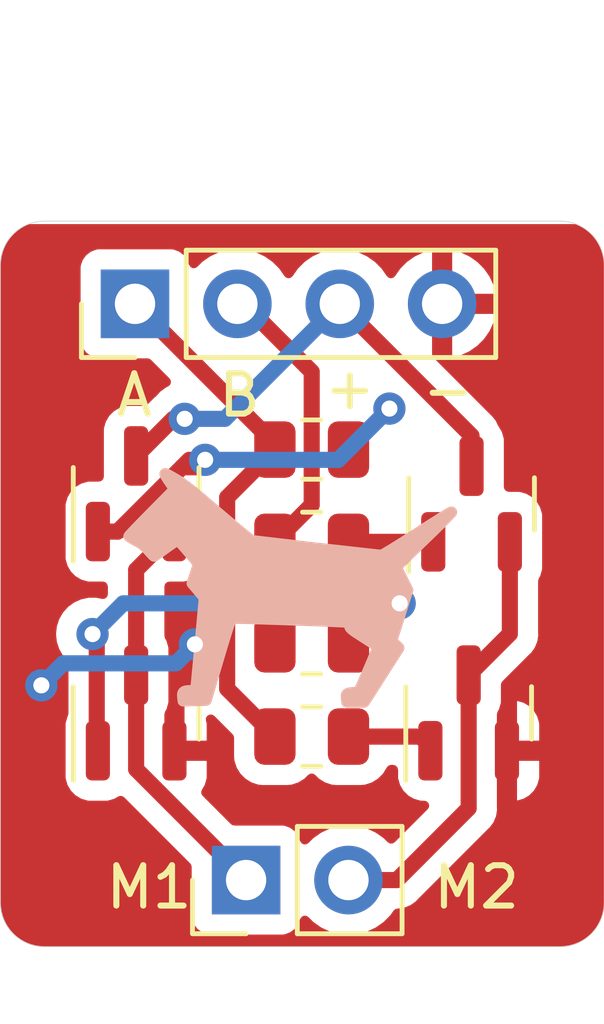
<source format=kicad_pcb>
(kicad_pcb (version 20221018) (generator pcbnew)
  (layers (0 "F.Cu" signal) (31 "B.Cu" signal) (34 "B.Paste" user) (35 "F.Paste" user) (36 "B.SilkS" user "B.Silkscreen") (37 "F.SilkS" user "F.Silkscreen") (38 "B.Mask" user) (39 "F.Mask" user) (44 "Edge.Cuts" user))
  (net 0 "")
  (net 1 "/A")
  (net 2 "/B")
  (net 3 "VCC")
  (net 4 "GND")
  (net 5 "Net-(M1-+)")
  (net 6 "Net-(M1--)")
  (net 7 "Net-(Q1-G)")
  (net 8 "Net-(Q2-G)")
  (net 9 "Net-(Q3-G)")
  (net 10 "Net-(Q4-G)")
  (footprint "Package_TO_SOT_SMD:SOT-23" (layer "F.Cu") (at 96.078 55.5475 90)
    (fp_text reference "Q3" hide)
    (fp_text value "AO3400A")
    (fp_line (start 0 -1.56) (end -1.675 -1.56) (stroke (width 0.12)) (layer "F.SilkS"))
    (fp_line (start 0 -1.56) (end 0.65 -1.56) (stroke (width 0.12)) (layer "F.SilkS"))
    (fp_line (start 0 1.56) (end -0.65 1.56) (stroke (width 0.12)) (layer "F.SilkS"))
    (fp_line (start 0 1.56) (end 0.65 1.56) (stroke (width 0.12)) (layer "F.SilkS"))
    (pad "1" smd roundrect (at -0.9375 -0.95 90) (size 1.475 0.6) (layers "F.Cu" "F.Paste" "F.Mask") (net 9 "Net-(Q3-G)"))
    (pad "2" smd roundrect (at -0.9375 0.95 90) (size 1.475 0.6) (layers "F.Cu" "F.Paste" "F.Mask") (net 4 "GND"))
    (pad "3" smd roundrect (at 0.9375 0 90) (size 1.475 0.6) (layers "F.Cu" "F.Paste" "F.Mask") (net 5 "Net-(M1-+)"))
  )
  (footprint "Connector_PinHeader_2.54mm:PinHeader_1x02_P2.54mm_Vertical" (layer "F.Cu") (at 98.806 59.69 90)
    (fp_text reference "M1" hide)
    (fp_text value "Motor_DC")
    (fp_line (start -1.33 -1.33) (end 0 -1.33) (stroke (width 0.12)) (layer "F.SilkS"))
    (fp_line (start -1.33 0) (end -1.33 -1.33) (stroke (width 0.12)) (layer "F.SilkS"))
    (fp_line (start -1.33 1.27) (end -1.33 3.87) (stroke (width 0.12)) (layer "F.SilkS"))
    (fp_line (start -1.33 1.27) (end 1.33 1.27) (stroke (width 0.12)) (layer "F.SilkS"))
    (fp_line (start -1.33 3.87) (end 1.33 3.87) (stroke (width 0.12)) (layer "F.SilkS"))
    (fp_line (start 1.33 1.27) (end 1.33 3.87) (stroke (width 0.12)) (layer "F.SilkS"))
    (pad "1" thru_hole rect (at 0 0 90) (size 1.7 1.7) (drill 1) (layers "*.Cu" "*.Mask") (net 5 "Net-(M1-+)"))
    (pad "2" thru_hole oval (at 0 2.54 90) (size 1.7 1.7) (drill 1) (layers "*.Cu" "*.Mask") (net 6 "Net-(M1--)"))
  )
  (footprint "Resistor_SMD:R_0805_2012Metric" (layer "F.Cu") (at 100.4335 49.022)
    (fp_text reference "R1" hide)
    (fp_text value "10k")
    (fp_line (start -0.227064 -0.735) (end 0.227064 -0.735) (stroke (width 0.12)) (layer "F.SilkS"))
    (fp_line (start -0.227064 0.735) (end 0.227064 0.735) (stroke (width 0.12)) (layer "F.SilkS"))
    (pad "1" smd roundrect (at -0.9125 0) (size 1.025 1.4) (layers "F.Cu" "F.Paste" "F.Mask") (roundrect_rratio 0.243902439) (net 1 "/A"))
    (pad "2" smd roundrect (at 0.9125 0) (size 1.025 1.4) (layers "F.Cu" "F.Paste" "F.Mask") (roundrect_rratio 0.243902439) (net 7 "Net-(Q1-G)"))
  )
  (footprint "Resistor_SMD:R_0805_2012Metric" (layer "F.Cu") (at 100.4335 56.134 180)
    (fp_text reference "R3" hide)
    (fp_text value "10k")
    (fp_line (start -0.227064 -0.735) (end 0.227064 -0.735) (stroke (width 0.12)) (layer "F.SilkS"))
    (fp_line (start -0.227064 0.735) (end 0.227064 0.735) (stroke (width 0.12)) (layer "F.SilkS"))
    (pad "1" smd roundrect (at -0.9125 0 180) (size 1.025 1.4) (layers "F.Cu" "F.Paste" "F.Mask") (roundrect_rratio 0.243902439) (net 10 "Net-(Q4-G)"))
    (pad "2" smd roundrect (at 0.9125 0 180) (size 1.025 1.4) (layers "F.Cu" "F.Paste" "F.Mask") (roundrect_rratio 0.243902439) (net 1 "/A"))
  )
  (footprint "Package_TO_SOT_SMD:SOT-23" (layer "F.Cu") (at 96.078 50.1165 90)
    (fp_text reference "Q1" hide)
    (fp_text value "AO3400A")
    (fp_line (start 0 -1.56) (end -1.675 -1.56) (stroke (width 0.12)) (layer "F.SilkS"))
    (fp_line (start 0 -1.56) (end 0.65 -1.56) (stroke (width 0.12)) (layer "F.SilkS"))
    (fp_line (start 0 1.56) (end -0.65 1.56) (stroke (width 0.12)) (layer "F.SilkS"))
    (fp_line (start 0 1.56) (end 0.65 1.56) (stroke (width 0.12)) (layer "F.SilkS"))
    (pad "1" smd roundrect (at -0.9375 -0.95 90) (size 1.475 0.6) (layers "F.Cu" "F.Paste" "F.Mask") (net 7 "Net-(Q1-G)"))
    (pad "2" smd roundrect (at -0.9375 0.95 90) (size 1.475 0.6) (layers "F.Cu" "F.Paste" "F.Mask") (net 5 "Net-(M1-+)"))
    (pad "3" smd roundrect (at 0.9375 0 90) (size 1.475 0.6) (layers "F.Cu" "F.Paste" "F.Mask") (net 3 "VCC"))
  )
  (footprint "Resistor_SMD:R_0805_2012Metric" (layer "F.Cu") (at 100.4335 51.308 180)
    (fp_text reference "R4" hide)
    (fp_text value "10k")
    (fp_line (start -0.227064 -0.735) (end 0.227064 -0.735) (stroke (width 0.12)) (layer "F.SilkS"))
    (fp_line (start -0.227064 0.735) (end 0.227064 0.735) (stroke (width 0.12)) (layer "F.SilkS"))
    (pad "1" smd roundrect (at -0.9125 0 180) (size 1.025 1.4) (layers "F.Cu" "F.Paste" "F.Mask") (roundrect_rratio 0.243902439) (net 8 "Net-(Q2-G)"))
    (pad "2" smd roundrect (at 0.9125 0 180) (size 1.025 1.4) (layers "F.Cu" "F.Paste" "F.Mask") (roundrect_rratio 0.243902439) (net 2 "/B"))
  )
  (footprint "Package_TO_SOT_SMD:SOT-23" (layer "F.Cu") (at 104.4 50.3705 90)
    (fp_text reference "Q2" hide)
    (fp_text value "AO3400A")
    (fp_line (start 0 -1.56) (end -1.675 -1.56) (stroke (width 0.12)) (layer "F.SilkS"))
    (fp_line (start 0 -1.56) (end 0.65 -1.56) (stroke (width 0.12)) (layer "F.SilkS"))
    (fp_line (start 0 1.56) (end -0.65 1.56) (stroke (width 0.12)) (layer "F.SilkS"))
    (fp_line (start 0 1.56) (end 0.65 1.56) (stroke (width 0.12)) (layer "F.SilkS"))
    (pad "1" smd roundrect (at -0.9375 -0.95 90) (size 1.475 0.6) (layers "F.Cu" "F.Paste" "F.Mask") (net 8 "Net-(Q2-G)"))
    (pad "2" smd roundrect (at -0.9375 0.95 90) (size 1.475 0.6) (layers "F.Cu" "F.Paste" "F.Mask") (net 6 "Net-(M1--)"))
    (pad "3" smd roundrect (at 0.9375 0 90) (size 1.475 0.6) (layers "F.Cu" "F.Paste" "F.Mask") (net 3 "VCC"))
  )
  (footprint "Package_TO_SOT_SMD:SOT-23" (layer "F.Cu") (at 104.328 55.5475 90)
    (fp_text reference "Q4" hide)
    (fp_text value "AO3400A")
    (fp_line (start 0 -1.56) (end -1.675 -1.56) (stroke (width 0.12)) (layer "F.SilkS"))
    (fp_line (start 0 -1.56) (end 0.65 -1.56) (stroke (width 0.12)) (layer "F.SilkS"))
    (fp_line (start 0 1.56) (end -0.65 1.56) (stroke (width 0.12)) (layer "F.SilkS"))
    (fp_line (start 0 1.56) (end 0.65 1.56) (stroke (width 0.12)) (layer "F.SilkS"))
    (pad "1" smd roundrect (at -0.9375 -0.95 90) (size 1.475 0.6) (layers "F.Cu" "F.Paste" "F.Mask") (net 10 "Net-(Q4-G)"))
    (pad "2" smd roundrect (at -0.9375 0.95 90) (size 1.475 0.6) (layers "F.Cu" "F.Paste" "F.Mask") (net 4 "GND"))
    (pad "3" smd roundrect (at 0.9375 0 90) (size 1.475 0.6) (layers "F.Cu" "F.Paste" "F.Mask") (net 6 "Net-(M1--)"))
  )
  (footprint "Resistor_SMD:R_0805_2012Metric" (layer "F.Cu") (at 100.4335 53.848)
    (fp_text reference "R2" hide)
    (fp_text value "10k")
    (fp_line (start -0.227064 -0.735) (end 0.227064 -0.735) (stroke (width 0.12)) (layer "F.SilkS"))
    (fp_line (start -0.227064 0.735) (end 0.227064 0.735) (stroke (width 0.12)) (layer "F.SilkS"))
    (pad "1" smd roundrect (at -0.9125 0) (size 1.025 1.4) (layers "F.Cu" "F.Paste" "F.Mask") (roundrect_rratio 0.243902439) (net 2 "/B"))
    (pad "2" smd roundrect (at 0.9125 0) (size 1.025 1.4) (layers "F.Cu" "F.Paste" "F.Mask") (roundrect_rratio 0.243902439) (net 9 "Net-(Q3-G)"))
  )
  (footprint "Connector_PinHeader_2.54mm:PinHeader_1x04_P2.54mm_Vertical" (layer "F.Cu") (at 96.05 45.41 90)
    (fp_text reference "J1" hide)
    (fp_text value "Conn_01x04_Socket")
    (fp_line (start -1.33 -1.33) (end 0 -1.33) (stroke (width 0.12)) (layer "F.SilkS"))
    (fp_line (start -1.33 0) (end -1.33 -1.33) (stroke (width 0.12)) (layer "F.SilkS"))
    (fp_line (start -1.33 1.27) (end -1.33 8.95) (stroke (width 0.12)) (layer "F.SilkS"))
    (fp_line (start -1.33 1.27) (end 1.33 1.27) (stroke (width 0.12)) (layer "F.SilkS"))
    (fp_line (start -1.33 8.95) (end 1.33 8.95) (stroke (width 0.12)) (layer "F.SilkS"))
    (fp_line (start 1.33 1.27) (end 1.33 8.95) (stroke (width 0.12)) (layer "F.SilkS"))
    (pad "1" thru_hole rect (at 0 0 90) (size 1.7 1.7) (drill 1) (layers "*.Cu" "*.Mask") (net 1 "/A"))
    (pad "2" thru_hole oval (at 0 2.54 90) (size 1.7 1.7) (drill 1) (layers "*.Cu" "*.Mask") (net 2 "/B"))
    (pad "3" thru_hole oval (at 0 5.08 90) (size 1.7 1.7) (drill 1) (layers "*.Cu" "*.Mask") (net 3 "VCC"))
    (pad "4" thru_hole oval (at 0 7.62 90) (size 1.7 1.7) (drill 1) (layers "*.Cu" "*.Mask") (net 4 "GND"))
  )
  (gr_poly (pts (xy 96.801261 49.621702) (xy 96.807119 49.623282) (xy 96.825713 49.630768) (xy 96.852545 49.643531) (xy 96.886492 49.660978) (xy 96.926433 49.682517) (xy 96.971247 49.707558) (xy 97.019813 49.73551) (xy 97.071009 49.76578) (xy 97.148357 49.81411) (xy 97.230324 49.869885) (xy 97.322154 49.937274) (xy 97.429088 50.020445) (xy 97.556371 50.123566) (xy 97.709245 50.250805) (xy 98.112738 50.594312) (xy 98.272115 50.730451) (xy 98.422553 50.857725) (xy 98.560633 50.973356) (xy 98.682939 51.074568) (xy 98.786052 51.158584) (xy 98.866557 51.222625) (xy 98.921034 51.263916) (xy 98.937446 51.275162) (xy 98.946068 51.279679) (xy 100.570527 51.468998) (xy 102.161705 51.645747) (xy 102.170835 51.642813) (xy 102.188207 51.634469) (xy 102.245872 51.602659) (xy 102.440222 51.486312) (xy 102.715815 51.314452) (xy 103.04371 51.104824) (xy 103.369651 50.895586) (xy 103.639929 50.724986) (xy 103.745402 50.659811) (xy 103.82641 50.61106) (xy 103.879436 50.580987) (xy 103.894356 50.573659) (xy 103.898726 50.572045) (xy 103.900962 50.571846) (xy 103.899635 50.575983) (xy 103.891271 50.586817) (xy 103.854814 50.627193) (xy 103.712636 50.773068) (xy 103.496496 50.987296) (xy 103.22846 51.2477) (xy 102.958693 51.508897) (xy 102.737849 51.725314) (xy 102.652896 51.809678) (xy 102.588722 51.874383) (xy 102.548176 51.916609) (xy 102.537654 51.92841) (xy 102.534108 51.933533) (xy 102.537063 51.942529) (xy 102.54533 51.961865) (xy 102.575502 52.026737) (xy 102.620027 52.118501) (xy 102.674304 52.227511) (xy 102.813987 52.504928) (xy 102.614639 53.136595) (xy 102.415291 53.768193) (xy 102.50507 53.852262) (xy 102.594842 53.936279) (xy 102.164995 54.607599) (xy 102.165141 54.608598) (xy 101.735294 55.279909) (xy 101.521867 55.279987) (xy 101.30844 55.280047) (xy 101.29867 55.179338) (xy 101.296855 55.159202) (xy 101.295717 55.141457) (xy 101.295519 55.125925) (xy 101.296524 55.112428) (xy 101.29756 55.106388) (xy 101.298995 55.100789) (xy 101.300863 55.095611) (xy 101.303195 55.09083) (xy 101.306025 55.086425) (xy 101.309386 55.082373) (xy 101.31331 55.078652) (xy 101.317831 55.075241) (xy 101.322981 55.072115) (xy 101.328793 55.069254) (xy 101.3353 55.066636) (xy 101.342535 55.064237) (xy 101.35932 55.060011) (xy 101.379411 55.056398) (xy 101.40307 55.05322) (xy 101.430561 55.0503) (xy 101.498087 55.044523) (xy 101.606881 55.036126) (xy 101.848634 54.47436) (xy 101.9418 54.255692) (xy 102.016736 54.075476) (xy 102.044971 54.005548) (xy 102.065772 53.952146) (xy 102.078179 53.917574) (xy 102.080936 53.908069) (xy 102.081234 53.904136) (xy 102.050541 53.883465) (xy 101.973739 53.833351) (xy 101.728147 53.674891) (xy 101.619774 53.60501) (xy 101.575302 53.575958) (xy 101.536726 53.550343) (xy 101.50361 53.527797) (xy 101.488964 53.51756) (xy 101.475519 53.507953) (xy 101.463222 53.49893) (xy 101.452017 53.490444) (xy 101.441851 53.48245) (xy 101.432668 53.474902) (xy 101.424415 53.467754) (xy 101.417037 53.46096) (xy 101.41048 53.454475) (xy 101.404688 53.448252) (xy 101.399608 53.442245) (xy 101.395186 53.436409) (xy 101.391366 53.430698) (xy 101.388094 53.425065) (xy 101.385316 53.419465) (xy 101.382978 53.413852) (xy 101.381024 53.40818) (xy 101.379401 53.402403) (xy 101.378054 53.396476) (xy 101.376929 53.390351) (xy 101.375124 53.377329) (xy 101.371874 53.352335) (xy 101.370066 53.342151) (xy 101.367907 53.333348) (xy 101.366642 53.329428) (xy 101.365223 53.325807) (xy 101.363631 53.322472) (xy 101.361843 53.319408) (xy 101.359838 53.316598) (xy 101.357594 53.314029) (xy 101.355089 53.311685) (xy 101.352302 53.309551) (xy 101.349211 53.307613) (xy 101.345796 53.305855) (xy 101.342033 53.304262) (xy 101.337903 53.302819) (xy 101.32845 53.300323) (xy 101.317265 53.298247) (xy 101.304175 53.296472) (xy 101.289008 53.294877) (xy 101.251751 53.291745) (xy 100.723568 53.268469) (xy 99.772171 53.234424) (xy 98.857061 53.205218) (xy 98.437739 53.196462) (xy 98.426706 53.218908) (xy 98.404582 53.27984) (xy 98.332386 53.500386) (xy 98.231791 53.824553) (xy 98.113439 54.218794) (xy 97.813605 55.232375) (xy 97.529665 55.240782) (xy 97.245737 55.249188) (xy 97.235915 55.156885) (xy 97.233872 55.133777) (xy 97.232932 55.11303) (xy 97.233237 55.094514) (xy 97.233901 55.086053) (xy 97.23493 55.078101) (xy 97.236341 55.070642) (xy 97.238153 55.06366) (xy 97.240382 55.057139) (xy 97.243047 55.051063) (xy 97.246166 55.045415) (xy 97.249756 55.040179) (xy 97.253835 55.035339) (xy 97.25842 55.030879) (xy 97.263531 55.026783) (xy 97.269184 55.023035) (xy 97.275397 55.019618) (xy 97.282188 55.016516) (xy 97.289574 55.013713) (xy 97.297575 55.011193) (xy 97.306206 55.008939) (xy 97.315487 55.006937) (xy 97.336066 55.003617) (xy 97.359455 55.001106) (xy 97.385795 54.999273) (xy 97.41523 54.997989) (xy 97.554125 54.992381) (xy 97.56412 54.92242) (xy 97.600459 54.555894) (xy 97.673818 53.772792) (xy 97.773551 52.693013) (xy 97.621816 52.514669) (xy 97.470106 52.336402) (xy 97.550029 52.094608) (xy 97.629971 51.852823) (xy 97.384083 51.560739) (xy 97.334228 51.502014) (xy 97.286824 51.447083) (xy 97.242976 51.397104) (xy 97.203787 51.353236) (xy 97.170361 51.316637) (xy 97.143802 51.288468) (xy 97.133443 51.277906) (xy 97.125215 51.269885) (xy 97.119256 51.264552) (xy 97.115703 51.262049) (xy 97.111963 51.262424) (xy 97.105488 51.264847) (xy 97.084956 51.275438) (xy 97.055341 51.293017) (xy 97.017881 51.316782) (xy 96.973813 51.345929) (xy 96.924371 51.379655) (xy 96.870793 51.417155) (xy 96.814315 51.457627) (xy 96.705094 51.536198) (xy 96.656637 51.570588) (xy 96.613874 51.6006) (xy 96.578 51.625398) (xy 96.550208 51.644146) (xy 96.531694 51.656008) (xy 96.526288 51.659095) (xy 96.52365 51.660147) (xy 96.521797 51.659447) (xy 96.518711 51.657305) (xy 96.509123 51.648989) (xy 96.495453 51.635789) (xy 96.478266 51.618291) (xy 96.458127 51.597085) (xy 96.435602 51.572759) (xy 96.411257 51.545901) (xy 96.385658 51.517098) (xy 96.367921 51.497256) (xy 96.350592 51.478532) (xy 96.333547 51.460831) (xy 96.31666 51.444054) (xy 96.299808 51.428104) (xy 96.282865 51.412884) (xy 96.265707 51.398297) (xy 96.248209 51.384245) (xy 96.230247 51.37063) (xy 96.211696 51.357356) (xy 96.192431 51.344326) (xy 96.172328 51.331441) (xy 96.151261 51.318605) (xy 96.129107 51.305719) (xy 96.105741 51.292688) (xy 96.081038 51.279412) (xy 96.04515 51.260176) (xy 96.011571 51.241618) (xy 95.981065 51.224182) (xy 95.954393 51.208313) (xy 95.942735 51.201105) (xy 95.932321 51.194456) (xy 95.923247 51.188421) (xy 95.915609 51.183056) (xy 95.909503 51.178415) (xy 95.905023 51.174556) (xy 95.903423 51.172937) (xy 95.902265 51.171533) (xy 95.901562 51.170353) (xy 95.901325 51.169402) (xy 95.912675 51.154512) (xy 95.945727 51.117925) (xy 96.067611 50.98936) (xy 96.248337 50.803108) (xy 96.469262 50.578572) (xy 97.038542 50.003422) (xy 96.908003 49.81625) (xy 96.894819 49.79716) (xy 96.882215 49.778559) (xy 96.870247 49.760539) (xy 96.858971 49.743193) (xy 96.848442 49.726616) (xy 96.838716 49.710901) (xy 96.829849 49.69614) (xy 96.821897 49.682428) (xy 96.814914 49.669857) (xy 96.808958 49.65852) (xy 96.804083 49.648513) (xy 96.800346 49.639926) (xy 96.797801 49.632855) (xy 96.796994 49.629916) (xy 96.796506 49.627391) (xy 96.796343 49.625292) (xy 96.796514 49.623629) (xy 96.797025 49.622416) (xy 96.797883 49.621663)) (stroke (width 0.282021)) (fill solid) (layer "B.SilkS"))
  (gr_line (start 93.425023 43.426424) (end 93.475655 43.409292) (stroke (width 0.019999)) (layer "Edge.Cuts"))
  (gr_line (start 106.872634 43.394608) (end 106.924345 43.409292) (stroke (width 0.019999)) (layer "Edge.Cuts"))
  (gr_line (start 106.600301 43.360301) (end 106.656377 43.361719) (stroke (width 0.019999)) (layer "Edge.Cuts"))
  (gr_line (start 92.896103 43.840738) (end 92.926484 43.798015) (stroke (width 0.019999)) (layer "Edge.Cuts"))
  (gr_line (start 107.623877 44.075324) (end 107.641009 44.125956) (stroke (width 0.019999)) (layer "Edge.Cuts"))
  (gr_line (start 107.677444 44.284049) (end 107.684374 44.338584) (stroke (width 0.019999)) (layer "Edge.Cuts"))
  (gr_line (start 93.280283 43.491822) (end 93.327269 43.467757) (stroke (width 0.019999)) (layer "Edge.Cuts"))
  (gr_line (start 107.532241 60.815647) (end 107.503897 60.85986) (stroke (width 0.019999)) (layer "Edge.Cuts"))
  (gr_line (start 92.715626 60.362014) (end 92.711418 60.306674) (stroke (width 0.019999)) (layer "Edge.Cuts"))
  (gr_line (start 107.209563 43.546404) (end 107.252286 43.576785) (stroke (width 0.019999)) (layer "Edge.Cuts"))
  (gr_line (start 92.776123 44.075324) (end 92.795634 44.025839) (stroke (width 0.019999)) (layer "Edge.Cuts"))
  (gr_line (start 92.867759 43.884951) (end 92.896103 43.840738) (stroke (width 0.019999)) (layer "Edge.Cuts"))
  (gr_line (start 92.993084 43.71731) (end 93.029165 43.679466) (stroke (width 0.019999)) (layer "Edge.Cuts"))
  (gr_line (start 107.473516 43.798015) (end 107.503897 43.840738) (stroke (width 0.019999)) (layer "Edge.Cuts"))
  (gr_line (start 93.029165 43.679466) (end 93.067009 43.643385) (stroke (width 0.019999)) (layer "Edge.Cuts"))
  (gr_line (start 107.406916 43.71731) (end 107.441166 43.75685) (stroke (width 0.019999)) (layer "Edge.Cuts"))
  (gr_line (start 92.776123 60.625274) (end 92.758991 60.574642) (stroke (width 0.019999)) (layer "Edge.Cuts"))
  (gr_line (start 106.656377 61.338879) (end 106.600301 61.340297) (stroke (width 0.019999)) (layer "Edge.Cuts"))
  (gr_line (start 107.503897 43.840738) (end 107.532241 43.884951) (stroke (width 0.019999)) (layer "Edge.Cuts"))
  (gr_line (start 92.758991 44.125956) (end 92.776123 44.075324) (stroke (width 0.019999)) (layer "Edge.Cuts"))
  (gr_line (start 92.732139 44.230387) (end 92.744307 44.177666) (stroke (width 0.019999)) (layer "Edge.Cuts"))
  (gr_line (start 107.209563 61.154194) (end 107.16535 61.182538) (stroke (width 0.019999)) (layer "Edge.Cuts"))
  (gr_line (start 107.441166 60.943749) (end 107.406916 60.983288) (stroke (width 0.019999)) (layer "Edge.Cuts"))
  (gr_line (start 106.924345 43.409292) (end 106.974977 43.426424) (stroke (width 0.019999)) (layer "Edge.Cuts"))
  (gr_line (start 93.106549 43.609135) (end 93.147714 43.576785) (stroke (width 0.019999)) (layer "Edge.Cuts"))
  (gr_line (start 92.795634 44.025839) (end 92.817456 43.97757) (stroke (width 0.019999)) (layer "Edge.Cuts"))
  (gr_line (start 92.71 60.250598) (end 92.71 44.45) (stroke (width 0.019999)) (layer "Edge.Cuts"))
  (gr_line (start 92.722556 60.416549) (end 92.715626 60.362014) (stroke (width 0.019999)) (layer "Edge.Cuts"))
  (gr_line (start 92.841521 43.930584) (end 92.867759 43.884951) (stroke (width 0.019999)) (layer "Edge.Cuts"))
  (gr_line (start 93.067009 61.057214) (end 93.029165 61.021132) (stroke (width 0.019999)) (layer "Edge.Cuts"))
  (gr_line (start 93.743623 43.361719) (end 93.799699 43.360301) (stroke (width 0.019999)) (layer "Edge.Cuts"))
  (gr_line (start 107.370835 61.021132) (end 107.33299 61.057214) (stroke (width 0.019999)) (layer "Edge.Cuts"))
  (gr_line (start 107.558479 43.930584) (end 107.582544 43.97757) (stroke (width 0.019999)) (layer "Edge.Cuts"))
  (gr_line (start 107.024462 61.254663) (end 106.974977 61.274175) (stroke (width 0.019999)) (layer "Edge.Cuts"))
  (gr_line (start 106.600301 61.340297) (end 93.799699 61.340297) (stroke (width 0.019999)) (layer "Edge.Cuts"))
  (gr_line (start 107.370835 43.679466) (end 107.406916 43.71731) (stroke (width 0.019999)) (layer "Edge.Cuts"))
  (gr_line (start 92.795634 60.674759) (end 92.776123 60.625274) (stroke (width 0.019999)) (layer "Edge.Cuts"))
  (gr_line (start 107.641009 44.125956) (end 107.655693 44.177666) (stroke (width 0.019999)) (layer "Edge.Cuts"))
  (gr_line (start 107.604366 60.674759) (end 107.582544 60.723029) (stroke (width 0.019999)) (layer "Edge.Cuts"))
  (gr_line (start 93.067009 43.643385) (end 93.106549 43.609135) (stroke (width 0.019999)) (layer "Edge.Cuts"))
  (gr_line (start 107.69 44.45) (end 107.69 60.250598) (stroke (width 0.019999)) (layer "Edge.Cuts"))
  (gr_line (start 93.527366 61.305991) (end 93.475655 61.291307) (stroke (width 0.019999)) (layer "Edge.Cuts"))
  (gr_line (start 93.190437 43.546404) (end 93.23465 43.51806) (stroke (width 0.019999)) (layer "Edge.Cuts"))
  (gr_line (start 93.527366 43.394608) (end 93.580086 43.38244) (stroke (width 0.019999)) (layer "Edge.Cuts"))
  (gr_line (start 107.293451 61.091463) (end 107.252286 61.123813) (stroke (width 0.019999)) (layer "Edge.Cuts"))
  (gr_line (start 107.406916 60.983288) (end 107.370835 61.021132) (stroke (width 0.019999)) (layer "Edge.Cuts"))
  (gr_line (start 93.147714 61.123813) (end 93.106549 61.091463) (stroke (width 0.019999)) (layer "Edge.Cuts"))
  (gr_line (start 93.029165 61.021132) (end 92.993084 60.983288) (stroke (width 0.019999)) (layer "Edge.Cuts"))
  (gr_line (start 92.958834 60.943749) (end 92.926484 60.902583) (stroke (width 0.019999)) (layer "Edge.Cuts"))
  (gr_line (start 106.766252 61.327741) (end 106.711717 61.334671) (stroke (width 0.019999)) (layer "Edge.Cuts"))
  (gr_line (start 107.072731 43.467757) (end 107.119717 43.491822) (stroke (width 0.019999)) (layer "Edge.Cuts"))
  (gr_line (start 93.280283 61.208777) (end 93.23465 61.182538) (stroke (width 0.019999)) (layer "Edge.Cuts"))
  (gr_line (start 93.425023 61.274175) (end 93.375538 61.254663) (stroke (width 0.019999)) (layer "Edge.Cuts"))
  (gr_line (start 107.532241 43.884951) (end 107.558479 43.930584) (stroke (width 0.019999)) (layer "Edge.Cuts"))
  (gr_line (start 107.33299 43.643385) (end 107.370835 43.679466) (stroke (width 0.019999)) (layer "Edge.Cuts"))
  (gr_line (start 107.252286 43.576785) (end 107.293451 43.609135) (stroke (width 0.019999)) (layer "Edge.Cuts"))
  (gr_line (start 107.667861 60.470211) (end 107.655693 60.522932) (stroke (width 0.019999)) (layer "Edge.Cuts"))
  (gr_line (start 107.688582 44.393924) (end 107.69 44.45) (stroke (width 0.019999)) (layer "Edge.Cuts"))
  (gr_line (start 93.23465 61.182538) (end 93.190437 61.154194) (stroke (width 0.019999)) (layer "Edge.Cuts"))
  (gr_line (start 107.655693 44.177666) (end 107.667861 44.230387) (stroke (width 0.019999)) (layer "Edge.Cuts"))
  (gr_line (start 106.872634 61.305991) (end 106.819914 61.318158) (stroke (width 0.019999)) (layer "Edge.Cuts"))
  (gr_line (start 92.722556 44.284049) (end 92.732139 44.230387) (stroke (width 0.019999)) (layer "Edge.Cuts"))
  (gr_line (start 93.633748 43.372857) (end 93.688283 43.365927) (stroke (width 0.019999)) (layer "Edge.Cuts"))
  (gr_line (start 92.867759 60.815647) (end 92.841521 60.770014) (stroke (width 0.019999)) (layer "Edge.Cuts"))
  (gr_line (start 93.580086 43.38244) (end 93.633748 43.372857) (stroke (width 0.019999)) (layer "Edge.Cuts"))
  (gr_line (start 93.688283 61.334671) (end 93.633748 61.327741) (stroke (width 0.019999)) (layer "Edge.Cuts"))
  (gr_line (start 93.799699 61.340297) (end 93.743623 61.338879) (stroke (width 0.019999)) (layer "Edge.Cuts"))
  (gr_line (start 107.582544 60.723029) (end 107.558479 60.770014) (stroke (width 0.019999)) (layer "Edge.Cuts"))
  (gr_line (start 107.33299 61.057214) (end 107.293451 61.091463) (stroke (width 0.019999)) (layer "Edge.Cuts"))
  (gr_line (start 93.475655 43.409292) (end 93.527366 43.394608) (stroke (width 0.019999)) (layer "Edge.Cuts"))
  (gr_line (start 92.758991 60.574642) (end 92.744307 60.522932) (stroke (width 0.019999)) (layer "Edge.Cuts"))
  (gr_line (start 92.711418 60.306674) (end 92.71 60.250598) (stroke (width 0.019999)) (layer "Edge.Cuts"))
  (gr_line (start 107.655693 60.522932) (end 107.641009 60.574642) (stroke (width 0.019999)) (layer "Edge.Cuts"))
  (gr_line (start 107.119717 61.208777) (end 107.072731 61.232841) (stroke (width 0.019999)) (layer "Edge.Cuts"))
  (gr_line (start 107.684374 60.362014) (end 107.677444 60.416549) (stroke (width 0.019999)) (layer "Edge.Cuts"))
  (gr_line (start 93.688283 43.365927) (end 93.743623 43.361719) (stroke (width 0.019999)) (layer "Edge.Cuts"))
  (gr_line (start 92.926484 60.902583) (end 92.896103 60.85986) (stroke (width 0.019999)) (layer "Edge.Cuts"))
  (gr_line (start 92.817456 60.723029) (end 92.795634 60.674759) (stroke (width 0.019999)) (layer "Edge.Cuts"))
  (gr_line (start 107.558479 60.770014) (end 107.532241 60.815647) (stroke (width 0.019999)) (layer "Edge.Cuts"))
  (gr_line (start 92.744307 60.522932) (end 92.732139 60.470211) (stroke (width 0.019999)) (layer "Edge.Cuts"))
  (gr_line (start 92.732139 60.470211) (end 92.722556 60.416549) (stroke (width 0.019999)) (layer "Edge.Cuts"))
  (gr_line (start 107.623877 60.625274) (end 107.604366 60.674759) (stroke (width 0.019999)) (layer "Edge.Cuts"))
  (gr_line (start 92.841521 60.770014) (end 92.817456 60.723029) (stroke (width 0.019999)) (layer "Edge.Cuts"))
  (gr_line (start 107.473516 60.902583) (end 107.441166 60.943749) (stroke (width 0.019999)) (layer "Edge.Cuts"))
  (gr_line (start 107.16535 43.51806) (end 107.209563 43.546404) (stroke (width 0.019999)) (layer "Edge.Cuts"))
  (gr_line (start 92.71 44.45) (end 92.711418 44.393924) (stroke (width 0.019999)) (layer "Edge.Cuts"))
  (gr_line (start 107.684374 44.338584) (end 107.688582 44.393924) (stroke (width 0.019999)) (layer "Edge.Cuts"))
  (gr_line (start 107.641009 60.574642) (end 107.623877 60.625274) (stroke (width 0.019999)) (layer "Edge.Cuts"))
  (gr_line (start 93.23465 43.51806) (end 93.280283 43.491822) (stroke (width 0.019999)) (layer "Edge.Cuts"))
  (gr_line (start 107.252286 61.123813) (end 107.209563 61.154194) (stroke (width 0.019999)) (layer "Edge.Cuts"))
  (gr_line (start 92.817456 43.97757) (end 92.841521 43.930584) (stroke (width 0.019999)) (layer "Edge.Cuts"))
  (gr_line (start 106.656377 43.361719) (end 106.711717 43.365927) (stroke (width 0.019999)) (layer "Edge.Cuts"))
  (gr_line (start 106.819914 43.38244) (end 106.872634 43.394608) (stroke (width 0.019999)) (layer "Edge.Cuts"))
  (gr_line (start 107.688582 60.306674) (end 107.684374 60.362014) (stroke (width 0.019999)) (layer "Edge.Cuts"))
  (gr_line (start 107.293451 43.609135) (end 107.33299 43.643385) (stroke (width 0.019999)) (layer "Edge.Cuts"))
  (gr_line (start 107.667861 44.230387) (end 107.677444 44.284049) (stroke (width 0.019999)) (layer "Edge.Cuts"))
  (gr_line (start 93.375538 61.254663) (end 93.327269 61.232841) (stroke (width 0.019999)) (layer "Edge.Cuts"))
  (gr_line (start 107.16535 61.182538) (end 107.119717 61.208777) (stroke (width 0.019999)) (layer "Edge.Cuts"))
  (gr_line (start 107.441166 43.75685) (end 107.473516 43.798015) (stroke (width 0.019999)) (layer "Edge.Cuts"))
  (gr_line (start 107.072731 61.232841) (end 107.024462 61.254663) (stroke (width 0.019999)) (layer "Edge.Cuts"))
  (gr_line (start 93.743623 61.338879) (end 93.688283 61.334671) (stroke (width 0.019999)) (layer "Edge.Cuts"))
  (gr_line (start 93.375538 43.445935) (end 93.425023 43.426424) (stroke (width 0.019999)) (layer "Edge.Cuts"))
  (gr_line (start 106.924345 61.291307) (end 106.872634 61.305991) (stroke (width 0.019999)) (layer "Edge.Cuts"))
  (gr_line (start 92.896103 60.85986) (end 92.867759 60.815647) (stroke (width 0.019999)) (layer "Edge.Cuts"))
  (gr_line (start 93.106549 61.091463) (end 93.067009 61.057214) (stroke (width 0.019999)) (layer "Edge.Cuts"))
  (gr_line (start 92.926484 43.798015) (end 92.958834 43.75685) (stroke (width 0.019999)) (layer "Edge.Cuts"))
  (gr_line (start 107.119717 43.491822) (end 107.16535 43.51806) (stroke (width 0.019999)) (layer "Edge.Cuts"))
  (gr_line (start 92.958834 43.75685) (end 92.993084 43.71731) (stroke (width 0.019999)) (layer "Edge.Cuts"))
  (gr_line (start 93.327269 61.232841) (end 93.280283 61.208777) (stroke (width 0.019999)) (layer "Edge.Cuts"))
  (gr_line (start 93.633748 61.327741) (end 93.580086 61.318158) (stroke (width 0.019999)) (layer "Edge.Cuts"))
  (gr_line (start 92.715626 44.338584) (end 92.722556 44.284049) (stroke (width 0.019999)) (layer "Edge.Cuts"))
  (gr_line (start 93.190437 61.154194) (end 93.147714 61.123813) (stroke (width 0.019999)) (layer "Edge.Cuts"))
  (gr_line (start 106.819914 61.318158) (end 106.766252 61.327741) (stroke (width 0.019999)) (layer "Edge.Cuts"))
  (gr_line (start 107.677444 60.416549) (end 107.667861 60.470211) (stroke (width 0.019999)) (layer "Edge.Cuts"))
  (gr_line (start 106.974977 61.274175) (end 106.924345 61.291307) (stroke (width 0.019999)) (layer "Edge.Cuts"))
  (gr_line (start 106.974977 43.426424) (end 107.024462 43.445935) (stroke (width 0.019999)) (layer "Edge.Cuts"))
  (gr_line (start 106.711717 43.365927) (end 106.766252 43.372857) (stroke (width 0.019999)) (layer "Edge.Cuts"))
  (gr_line (start 107.503897 60.85986) (end 107.473516 60.902583) (stroke (width 0.019999)) (layer "Edge.Cuts"))
  (gr_line (start 93.799699 43.360301) (end 106.600301 43.360301) (stroke (width 0.019999)) (layer "Edge.Cuts"))
  (gr_line (start 92.744307 44.177666) (end 92.758991 44.125956) (stroke (width 0.019999)) (layer "Edge.Cuts"))
  (gr_line (start 106.766252 43.372857) (end 106.819914 43.38244) (stroke (width 0.019999)) (layer "Edge.Cuts"))
  (gr_line (start 107.582544 43.97757) (end 107.604366 44.025839) (stroke (width 0.019999)) (layer "Edge.Cuts"))
  (gr_line (start 92.993084 60.983288) (end 92.958834 60.943749) (stroke (width 0.019999)) (layer "Edge.Cuts"))
  (gr_line (start 93.327269 43.467757) (end 93.375538 43.445935) (stroke (width 0.019999)) (layer "Edge.Cuts"))
  (gr_line (start 106.711717 61.334671) (end 106.656377 61.338879) (stroke (width 0.019999)) (layer "Edge.Cuts"))
  (gr_line (start 107.69 60.250598) (end 107.688582 60.306674) (stroke (width 0.019999)) (layer "Edge.Cuts"))
  (gr_line (start 93.475655 61.291307) (end 93.425023 61.274175) (stroke (width 0.019999)) (layer "Edge.Cuts"))
  (gr_line (start 93.580086 61.318158) (end 93.527366 61.305991) (stroke (width 0.019999)) (layer "Edge.Cuts"))
  (gr_line (start 92.711418 44.393924) (end 92.715626 44.338584) (stroke (width 0.019999)) (layer "Edge.Cuts"))
  (gr_line (start 107.604366 44.025839) (end 107.623877 44.075324) (stroke (width 0.019999)) (layer "Edge.Cuts"))
  (gr_line (start 93.147714 43.576785) (end 93.190437 43.546404) (stroke (width 0.019999)) (layer "Edge.Cuts"))
  (gr_line (start 107.024462 43.445935) (end 107.072731 43.467757) (stroke (width 0.019999)) (layer "Edge.Cuts"))
  (gr_text "-" (at 103.1 48.125) (layer "F.SilkS") (effects (font (size 1 1)) (justify left bottom)))
  (gr_text "+" (at 100.660564 48.075) (layer "F.SilkS") (effects (font (size 1 1)) (justify left bottom)))
  (gr_text "B" (at 98.044 48.26) (layer "F.SilkS") (effects (font (size 1 1)) (justify left bottom)))
  (gr_text "A" (at 95.504 48.26) (layer "F.SilkS") (effects (font (size 1 1)) (justify left bottom)))
  (gr_text "M2" (at 103.378 60.452) (layer "F.SilkS") (effects (font (size 1 1)) (justify left bottom)))
  (gr_text "M1" (at 95.25 60.452) (layer "F.SilkS") (effects (font (size 1 1)) (justify left bottom)))
  (segment (start 98.336 50.207) (end 99.521 49.022) (width 0.4) (layer "F.Cu") (net 1))
  (segment (start 99.521 56.134) (end 98.336 54.949) (width 0.4) (layer "F.Cu") (net 1))
  (segment (start 99.521 48.881) (end 99.521 49.022) (width 0.25) (layer "F.Cu") (net 1))
  (segment (start 96.05 45.41) (end 99.521 48.881) (width 0.4) (layer "F.Cu") (net 1))
  (segment (start 98.336 54.949) (end 98.336 50.207) (width 0.4) (layer "F.Cu") (net 1))
  (segment (start 98.75 45.41) (end 98.59 45.41) (width 0.4) (layer "F.Cu") (net 2))
  (segment (start 100.4335 47.0935) (end 98.75 45.41) (width 0.4) (layer "F.Cu") (net 2))
  (segment (start 100.4335 50.3955) (end 100.4335 47.0935) (width 0.4) (layer "F.Cu") (net 2))
  (segment (start 99.521 51.308) (end 100.4335 50.3955) (width 0.4) (layer "F.Cu") (net 2))
  (segment (start 99.521 51.308) (end 99.521 53.848) (width 0.4) (layer "F.Cu") (net 2))
  (segment (start 104.4 48.68) (end 101.13 45.41) (width 0.4) (layer "F.Cu") (net 3))
  (segment (start 104.4 49.433) (end 104.4 48.68) (width 0.25) (layer "F.Cu") (net 3))
  (segment (start 96.997 48.26) (end 96.078 49.179) (width 0.4) (layer "F.Cu") (net 3))
  (segment (start 97.282 48.26) (end 96.997 48.26) (width 0.25) (layer "F.Cu") (net 3))
  (via (at 97.282 48.26) (size 0.8) (drill 0.4) (layers "F.Cu" "B.Cu") (net 3))
  (segment (start 98.28 48.26) (end 97.282 48.26) (width 0.4) (layer "B.Cu") (net 3))
  (segment (start 101.13 45.41) (end 98.28 48.26) (width 0.4) (layer "B.Cu") (net 3))
  (via (at 93.726 54.864) (size 0.8) (drill 0.4) (layers "F.Cu" "B.Cu") (net 4))
  (via (at 97.536 53.848) (size 0.8) (drill 0.4) (layers "F.Cu" "B.Cu") (net 4))
  (segment (start 94.271 54.319) (end 93.726 54.864) (width 0.4) (layer "B.Cu") (net 4))
  (segment (start 97.536 53.848) (end 97.065 54.319) (width 0.4) (layer "B.Cu") (net 4))
  (segment (start 97.065 54.319) (end 94.271 54.319) (width 0.4) (layer "B.Cu") (net 4))
  (segment (start 96.078 54.61) (end 96.078 56.944251) (width 0.4) (layer "F.Cu") (net 5))
  (segment (start 97.028 51.054) (end 96.078 52.004) (width 0.4) (layer "F.Cu") (net 5))
  (segment (start 96.078 52.004) (end 96.078 54.61) (width 0.4) (layer "F.Cu") (net 5))
  (segment (start 98.806 59.672251) (end 98.806 59.69) (width 0.25) (layer "F.Cu") (net 5))
  (segment (start 96.078 56.944251) (end 98.806 59.672251) (width 0.4) (layer "F.Cu") (net 5))
  (segment (start 102.548081 59.69) (end 101.346 59.69) (width 0.4) (layer "F.Cu") (net 6))
  (segment (start 105.35 53.588) (end 104.328 54.61) (width 0.4) (layer "F.Cu") (net 6))
  (segment (start 105.35 51.308) (end 105.35 53.588) (width 0.4) (layer "F.Cu") (net 6))
  (segment (start 104.328 57.910081) (end 102.548081 59.69) (width 0.4) (layer "F.Cu") (net 6))
  (segment (start 104.328 54.61) (end 104.328 57.910081) (width 0.4) (layer "F.Cu") (net 6))
  (segment (start 95.618749 51.054) (end 95.128 51.054) (width 0.25) (layer "F.Cu") (net 7))
  (segment (start 97.396749 49.276) (end 97.212375 49.460375) (width 0.4) (layer "F.Cu") (net 7))
  (segment (start 97.212375 49.460375) (end 95.815375 50.857375) (width 0.4) (layer "F.Cu") (net 7))
  (segment (start 97.212375 49.460375) (end 97.605625 49.460375) (width 0.4) (layer "F.Cu") (net 7))
  (segment (start 97.605625 49.460375) (end 97.79 49.276) (width 0.4) (layer "F.Cu") (net 7))
  (segment (start 101.346 49.022) (end 102.362 48.006) (width 0.25) (layer "F.Cu") (net 7))
  (segment (start 95.815375 50.857375) (end 95.61875 51.054) (width 0.4) (layer "F.Cu") (net 7))
  (segment (start 97.79 49.276) (end 97.396749 49.276) (width 0.25) (layer "F.Cu") (net 7))
  (segment (start 95.815375 50.857375) (end 95.618749 51.054) (width 0.4) (layer "F.Cu") (net 7))
  (segment (start 95.61875 51.054) (end 95.128 51.054) (width 0.4) (layer "F.Cu") (net 7))
  (via (at 102.362 48.006) (size 0.8) (drill 0.4) (layers "F.Cu" "B.Cu") (net 7))
  (via (at 97.79 49.276) (size 0.8) (drill 0.4) (layers "F.Cu" "B.Cu") (net 7))
  (segment (start 102.362 48.006) (end 101.092 49.276) (width 0.4) (layer "B.Cu") (net 7))
  (segment (start 101.092 49.276) (end 97.79 49.276) (width 0.4) (layer "B.Cu") (net 7))
  (segment (start 101.346 51.308) (end 103.45 51.308) (width 0.4) (layer "F.Cu") (net 8))
  (segment (start 101.6 53.848) (end 102.616 52.832) (width 0.4) (layer "F.Cu") (net 9))
  (segment (start 101.346 53.848) (end 101.6 53.848) (width 0.25) (layer "F.Cu") (net 9))
  (segment (start 94.996 56.353) (end 95.128 56.485) (width 0.25) (layer "F.Cu") (net 9))
  (segment (start 95.1 53.5455) (end 95.1 56.3045) (width 0.4) (layer "F.Cu") (net 9))
  (via (at 94.996 53.594) (size 0.8) (drill 0.4) (layers "F.Cu" "B.Cu") (net 9))
  (via (at 102.616 52.832) (size 0.8) (drill 0.4) (layers "F.Cu" "B.Cu") (net 9))
  (segment (start 95.758 52.832) (end 94.996 53.594) (width 0.4) (layer "B.Cu") (net 9))
  (segment (start 102.616 52.832) (end 95.758 52.832) (width 0.4) (layer "B.Cu") (net 9))
  (segment (start 101.346 56.134) (end 103.027 56.134) (width 0.4) (layer "F.Cu") (net 10))
  (segment (start 103.027 56.134) (end 103.378 56.485) (width 0.25) (layer "F.Cu") (net 10))
  (zone (net 4) (net_name "GND") (layer "F.Cu") (connect_pads (clearance 0.5)) (min_thickness 0.25) (fill yes (thermal_gap 0.5) (thermal_bridge_width 0.5))
    (polygon (pts (xy 107.696 43.434) (xy 92.71 43.434) (xy 92.71 61.468) (xy 107.696 61.468)))
  )
)
</source>
